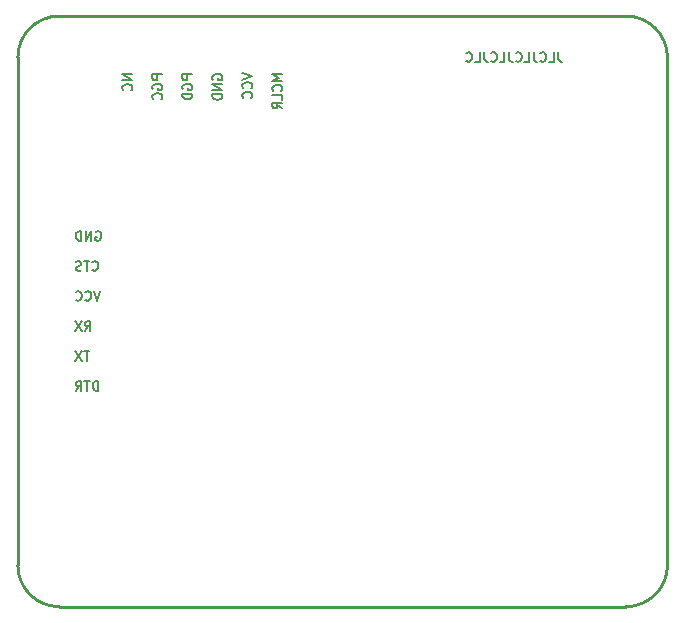
<source format=gbr>
%TF.GenerationSoftware,KiCad,Pcbnew,(5.1.5)-3*%
%TF.CreationDate,2020-11-26T13:06:47-06:00*%
%TF.ProjectId,CANdi_2,43414e64-695f-4322-9e6b-696361645f70,1A*%
%TF.SameCoordinates,Original*%
%TF.FileFunction,Legend,Bot*%
%TF.FilePolarity,Positive*%
%FSLAX46Y46*%
G04 Gerber Fmt 4.6, Leading zero omitted, Abs format (unit mm)*
G04 Created by KiCad (PCBNEW (5.1.5)-3) date 2020-11-26 13:06:47*
%MOMM*%
%LPD*%
G04 APERTURE LIST*
%ADD10C,0.152400*%
%ADD11C,0.254000*%
G04 APERTURE END LIST*
D10*
X94867695Y-79942583D02*
X94054895Y-79942583D01*
X94635466Y-80213517D01*
X94054895Y-80484450D01*
X94867695Y-80484450D01*
X94790285Y-81335955D02*
X94828990Y-81297250D01*
X94867695Y-81181136D01*
X94867695Y-81103726D01*
X94828990Y-80987612D01*
X94751580Y-80910202D01*
X94674171Y-80871498D01*
X94519352Y-80832793D01*
X94403238Y-80832793D01*
X94248419Y-80871498D01*
X94171009Y-80910202D01*
X94093600Y-80987612D01*
X94054895Y-81103726D01*
X94054895Y-81181136D01*
X94093600Y-81297250D01*
X94132304Y-81335955D01*
X94867695Y-82071345D02*
X94867695Y-81684298D01*
X94054895Y-81684298D01*
X94867695Y-82806736D02*
X94480647Y-82535802D01*
X94867695Y-82342279D02*
X94054895Y-82342279D01*
X94054895Y-82651917D01*
X94093600Y-82729326D01*
X94132304Y-82768031D01*
X94209714Y-82806736D01*
X94325828Y-82806736D01*
X94403238Y-82768031D01*
X94441942Y-82729326D01*
X94480647Y-82651917D01*
X94480647Y-82342279D01*
X91514895Y-79826469D02*
X92327695Y-80097402D01*
X91514895Y-80368336D01*
X92250285Y-81103726D02*
X92288990Y-81065021D01*
X92327695Y-80948907D01*
X92327695Y-80871498D01*
X92288990Y-80755383D01*
X92211580Y-80677974D01*
X92134171Y-80639269D01*
X91979352Y-80600564D01*
X91863238Y-80600564D01*
X91708419Y-80639269D01*
X91631009Y-80677974D01*
X91553600Y-80755383D01*
X91514895Y-80871498D01*
X91514895Y-80948907D01*
X91553600Y-81065021D01*
X91592304Y-81103726D01*
X92250285Y-81916526D02*
X92288990Y-81877821D01*
X92327695Y-81761707D01*
X92327695Y-81684298D01*
X92288990Y-81568183D01*
X92211580Y-81490774D01*
X92134171Y-81452069D01*
X91979352Y-81413364D01*
X91863238Y-81413364D01*
X91708419Y-81452069D01*
X91631009Y-81490774D01*
X91553600Y-81568183D01*
X91514895Y-81684298D01*
X91514895Y-81761707D01*
X91553600Y-81877821D01*
X91592304Y-81916526D01*
X89013600Y-80368336D02*
X88974895Y-80290926D01*
X88974895Y-80174812D01*
X89013600Y-80058698D01*
X89091009Y-79981288D01*
X89168419Y-79942583D01*
X89323238Y-79903879D01*
X89439352Y-79903879D01*
X89594171Y-79942583D01*
X89671580Y-79981288D01*
X89748990Y-80058698D01*
X89787695Y-80174812D01*
X89787695Y-80252221D01*
X89748990Y-80368336D01*
X89710285Y-80407040D01*
X89439352Y-80407040D01*
X89439352Y-80252221D01*
X89787695Y-80755383D02*
X88974895Y-80755383D01*
X89787695Y-81219840D01*
X88974895Y-81219840D01*
X89787695Y-81606888D02*
X88974895Y-81606888D01*
X88974895Y-81800412D01*
X89013600Y-81916526D01*
X89091009Y-81993936D01*
X89168419Y-82032640D01*
X89323238Y-82071345D01*
X89439352Y-82071345D01*
X89594171Y-82032640D01*
X89671580Y-81993936D01*
X89748990Y-81916526D01*
X89787695Y-81800412D01*
X89787695Y-81606888D01*
X87247695Y-79942583D02*
X86434895Y-79942583D01*
X86434895Y-80252221D01*
X86473600Y-80329631D01*
X86512304Y-80368336D01*
X86589714Y-80407040D01*
X86705828Y-80407040D01*
X86783238Y-80368336D01*
X86821942Y-80329631D01*
X86860647Y-80252221D01*
X86860647Y-79942583D01*
X86473600Y-81181136D02*
X86434895Y-81103726D01*
X86434895Y-80987612D01*
X86473600Y-80871498D01*
X86551009Y-80794088D01*
X86628419Y-80755383D01*
X86783238Y-80716679D01*
X86899352Y-80716679D01*
X87054171Y-80755383D01*
X87131580Y-80794088D01*
X87208990Y-80871498D01*
X87247695Y-80987612D01*
X87247695Y-81065021D01*
X87208990Y-81181136D01*
X87170285Y-81219840D01*
X86899352Y-81219840D01*
X86899352Y-81065021D01*
X87247695Y-81568183D02*
X86434895Y-81568183D01*
X86434895Y-81761707D01*
X86473600Y-81877821D01*
X86551009Y-81955231D01*
X86628419Y-81993936D01*
X86783238Y-82032640D01*
X86899352Y-82032640D01*
X87054171Y-81993936D01*
X87131580Y-81955231D01*
X87208990Y-81877821D01*
X87247695Y-81761707D01*
X87247695Y-81568183D01*
X84707695Y-79942583D02*
X83894895Y-79942583D01*
X83894895Y-80252221D01*
X83933600Y-80329631D01*
X83972304Y-80368336D01*
X84049714Y-80407040D01*
X84165828Y-80407040D01*
X84243238Y-80368336D01*
X84281942Y-80329631D01*
X84320647Y-80252221D01*
X84320647Y-79942583D01*
X83933600Y-81181136D02*
X83894895Y-81103726D01*
X83894895Y-80987612D01*
X83933600Y-80871498D01*
X84011009Y-80794088D01*
X84088419Y-80755383D01*
X84243238Y-80716679D01*
X84359352Y-80716679D01*
X84514171Y-80755383D01*
X84591580Y-80794088D01*
X84668990Y-80871498D01*
X84707695Y-80987612D01*
X84707695Y-81065021D01*
X84668990Y-81181136D01*
X84630285Y-81219840D01*
X84359352Y-81219840D01*
X84359352Y-81065021D01*
X84630285Y-82032640D02*
X84668990Y-81993936D01*
X84707695Y-81877821D01*
X84707695Y-81800412D01*
X84668990Y-81684298D01*
X84591580Y-81606888D01*
X84514171Y-81568183D01*
X84359352Y-81529479D01*
X84243238Y-81529479D01*
X84088419Y-81568183D01*
X84011009Y-81606888D01*
X83933600Y-81684298D01*
X83894895Y-81800412D01*
X83894895Y-81877821D01*
X83933600Y-81993936D01*
X83972304Y-82032640D01*
X82167695Y-79942583D02*
X81354895Y-79942583D01*
X82167695Y-80407040D01*
X81354895Y-80407040D01*
X82090285Y-81258545D02*
X82128990Y-81219840D01*
X82167695Y-81103726D01*
X82167695Y-81026317D01*
X82128990Y-80910202D01*
X82051580Y-80832793D01*
X81974171Y-80794088D01*
X81819352Y-80755383D01*
X81703238Y-80755383D01*
X81548419Y-80794088D01*
X81471009Y-80832793D01*
X81393600Y-80910202D01*
X81354895Y-81026317D01*
X81354895Y-81103726D01*
X81393600Y-81219840D01*
X81432304Y-81258545D01*
X79106888Y-93243600D02*
X79184298Y-93204895D01*
X79300412Y-93204895D01*
X79416526Y-93243600D01*
X79493936Y-93321009D01*
X79532640Y-93398419D01*
X79571345Y-93553238D01*
X79571345Y-93669352D01*
X79532640Y-93824171D01*
X79493936Y-93901580D01*
X79416526Y-93978990D01*
X79300412Y-94017695D01*
X79223002Y-94017695D01*
X79106888Y-93978990D01*
X79068183Y-93940285D01*
X79068183Y-93669352D01*
X79223002Y-93669352D01*
X78719840Y-94017695D02*
X78719840Y-93204895D01*
X78255383Y-94017695D01*
X78255383Y-93204895D01*
X77868336Y-94017695D02*
X77868336Y-93204895D01*
X77674812Y-93204895D01*
X77558698Y-93243600D01*
X77481288Y-93321009D01*
X77442583Y-93398419D01*
X77403879Y-93553238D01*
X77403879Y-93669352D01*
X77442583Y-93824171D01*
X77481288Y-93901580D01*
X77558698Y-93978990D01*
X77674812Y-94017695D01*
X77868336Y-94017695D01*
X78177974Y-101637695D02*
X78448907Y-101250647D01*
X78642431Y-101637695D02*
X78642431Y-100824895D01*
X78332793Y-100824895D01*
X78255383Y-100863600D01*
X78216679Y-100902304D01*
X78177974Y-100979714D01*
X78177974Y-101095828D01*
X78216679Y-101173238D01*
X78255383Y-101211942D01*
X78332793Y-101250647D01*
X78642431Y-101250647D01*
X77907040Y-100824895D02*
X77365174Y-101637695D01*
X77365174Y-100824895D02*
X77907040Y-101637695D01*
X78797250Y-96480285D02*
X78835955Y-96518990D01*
X78952069Y-96557695D01*
X79029479Y-96557695D01*
X79145593Y-96518990D01*
X79223002Y-96441580D01*
X79261707Y-96364171D01*
X79300412Y-96209352D01*
X79300412Y-96093238D01*
X79261707Y-95938419D01*
X79223002Y-95861009D01*
X79145593Y-95783600D01*
X79029479Y-95744895D01*
X78952069Y-95744895D01*
X78835955Y-95783600D01*
X78797250Y-95822304D01*
X78565021Y-95744895D02*
X78100564Y-95744895D01*
X78332793Y-96557695D02*
X78332793Y-95744895D01*
X77868336Y-96518990D02*
X77752221Y-96557695D01*
X77558698Y-96557695D01*
X77481288Y-96518990D01*
X77442583Y-96480285D01*
X77403879Y-96402876D01*
X77403879Y-96325466D01*
X77442583Y-96248057D01*
X77481288Y-96209352D01*
X77558698Y-96170647D01*
X77713517Y-96131942D01*
X77790926Y-96093238D01*
X77829631Y-96054533D01*
X77868336Y-95977123D01*
X77868336Y-95899714D01*
X77829631Y-95822304D01*
X77790926Y-95783600D01*
X77713517Y-95744895D01*
X77519993Y-95744895D01*
X77403879Y-95783600D01*
X79493936Y-98284895D02*
X79223002Y-99097695D01*
X78952069Y-98284895D01*
X78216679Y-99020285D02*
X78255383Y-99058990D01*
X78371498Y-99097695D01*
X78448907Y-99097695D01*
X78565021Y-99058990D01*
X78642431Y-98981580D01*
X78681136Y-98904171D01*
X78719840Y-98749352D01*
X78719840Y-98633238D01*
X78681136Y-98478419D01*
X78642431Y-98401009D01*
X78565021Y-98323600D01*
X78448907Y-98284895D01*
X78371498Y-98284895D01*
X78255383Y-98323600D01*
X78216679Y-98362304D01*
X77403879Y-99020285D02*
X77442583Y-99058990D01*
X77558698Y-99097695D01*
X77636107Y-99097695D01*
X77752221Y-99058990D01*
X77829631Y-98981580D01*
X77868336Y-98904171D01*
X77907040Y-98749352D01*
X77907040Y-98633238D01*
X77868336Y-98478419D01*
X77829631Y-98401009D01*
X77752221Y-98323600D01*
X77636107Y-98284895D01*
X77558698Y-98284895D01*
X77442583Y-98323600D01*
X77403879Y-98362304D01*
X78565021Y-103364895D02*
X78100564Y-103364895D01*
X78332793Y-104177695D02*
X78332793Y-103364895D01*
X77907040Y-103364895D02*
X77365174Y-104177695D01*
X77365174Y-103364895D02*
X77907040Y-104177695D01*
X79300412Y-106717695D02*
X79300412Y-105904895D01*
X79106888Y-105904895D01*
X78990774Y-105943600D01*
X78913364Y-106021009D01*
X78874660Y-106098419D01*
X78835955Y-106253238D01*
X78835955Y-106369352D01*
X78874660Y-106524171D01*
X78913364Y-106601580D01*
X78990774Y-106678990D01*
X79106888Y-106717695D01*
X79300412Y-106717695D01*
X78603726Y-105904895D02*
X78139269Y-105904895D01*
X78371498Y-106717695D02*
X78371498Y-105904895D01*
X77403879Y-106717695D02*
X77674812Y-106330647D01*
X77868336Y-106717695D02*
X77868336Y-105904895D01*
X77558698Y-105904895D01*
X77481288Y-105943600D01*
X77442583Y-105982304D01*
X77403879Y-106059714D01*
X77403879Y-106175828D01*
X77442583Y-106253238D01*
X77481288Y-106291942D01*
X77558698Y-106330647D01*
X77868336Y-106330647D01*
X118254361Y-78054895D02*
X118254361Y-78635466D01*
X118293066Y-78751580D01*
X118370476Y-78828990D01*
X118486590Y-78867695D01*
X118564000Y-78867695D01*
X117480266Y-78867695D02*
X117867314Y-78867695D01*
X117867314Y-78054895D01*
X116744876Y-78790285D02*
X116783580Y-78828990D01*
X116899695Y-78867695D01*
X116977104Y-78867695D01*
X117093219Y-78828990D01*
X117170628Y-78751580D01*
X117209333Y-78674171D01*
X117248038Y-78519352D01*
X117248038Y-78403238D01*
X117209333Y-78248419D01*
X117170628Y-78171009D01*
X117093219Y-78093600D01*
X116977104Y-78054895D01*
X116899695Y-78054895D01*
X116783580Y-78093600D01*
X116744876Y-78132304D01*
X116164304Y-78054895D02*
X116164304Y-78635466D01*
X116203009Y-78751580D01*
X116280419Y-78828990D01*
X116396533Y-78867695D01*
X116473942Y-78867695D01*
X115390209Y-78867695D02*
X115777257Y-78867695D01*
X115777257Y-78054895D01*
X114654819Y-78790285D02*
X114693523Y-78828990D01*
X114809638Y-78867695D01*
X114887047Y-78867695D01*
X115003161Y-78828990D01*
X115080571Y-78751580D01*
X115119276Y-78674171D01*
X115157980Y-78519352D01*
X115157980Y-78403238D01*
X115119276Y-78248419D01*
X115080571Y-78171009D01*
X115003161Y-78093600D01*
X114887047Y-78054895D01*
X114809638Y-78054895D01*
X114693523Y-78093600D01*
X114654819Y-78132304D01*
X114074247Y-78054895D02*
X114074247Y-78635466D01*
X114112952Y-78751580D01*
X114190361Y-78828990D01*
X114306476Y-78867695D01*
X114383885Y-78867695D01*
X113300152Y-78867695D02*
X113687200Y-78867695D01*
X113687200Y-78054895D01*
X112564761Y-78790285D02*
X112603466Y-78828990D01*
X112719580Y-78867695D01*
X112796990Y-78867695D01*
X112913104Y-78828990D01*
X112990514Y-78751580D01*
X113029219Y-78674171D01*
X113067923Y-78519352D01*
X113067923Y-78403238D01*
X113029219Y-78248419D01*
X112990514Y-78171009D01*
X112913104Y-78093600D01*
X112796990Y-78054895D01*
X112719580Y-78054895D01*
X112603466Y-78093600D01*
X112564761Y-78132304D01*
X111984190Y-78054895D02*
X111984190Y-78635466D01*
X112022895Y-78751580D01*
X112100304Y-78828990D01*
X112216419Y-78867695D01*
X112293828Y-78867695D01*
X111210095Y-78867695D02*
X111597142Y-78867695D01*
X111597142Y-78054895D01*
X110474704Y-78790285D02*
X110513409Y-78828990D01*
X110629523Y-78867695D01*
X110706933Y-78867695D01*
X110823047Y-78828990D01*
X110900457Y-78751580D01*
X110939161Y-78674171D01*
X110977866Y-78519352D01*
X110977866Y-78403238D01*
X110939161Y-78248419D01*
X110900457Y-78171009D01*
X110823047Y-78093600D01*
X110706933Y-78054895D01*
X110629523Y-78054895D01*
X110513409Y-78093600D01*
X110474704Y-78132304D01*
D11*
X127500000Y-121500000D02*
G75*
G02X124000000Y-125000000I-3500000J0D01*
G01*
X124000000Y-75000000D02*
G75*
G02X127500000Y-78500000I0J-3500000D01*
G01*
X76000000Y-125000000D02*
G75*
G02X72500000Y-121500000I0J3500000D01*
G01*
X72500000Y-78500000D02*
G75*
G02X76000000Y-75000000I3500000J0D01*
G01*
X127500000Y-121500000D02*
X127500000Y-78500000D01*
X76000000Y-75000000D02*
X124000000Y-75000000D01*
X72500000Y-121500000D02*
X72500000Y-78500000D01*
X76000000Y-125000000D02*
X124000000Y-125000000D01*
M02*

</source>
